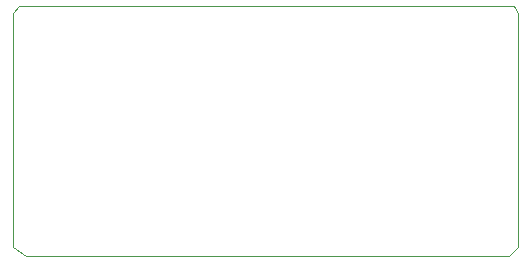
<source format=gbr>
G04 #@! TF.GenerationSoftware,KiCad,Pcbnew,5.1.2-f72e74a~84~ubuntu18.04.1*
G04 #@! TF.CreationDate,2020-01-10T04:29:40+01:00*
G04 #@! TF.ProjectId,BridgeElectrobot,42726964-6765-4456-9c65-6374726f626f,1.0*
G04 #@! TF.SameCoordinates,Original*
G04 #@! TF.FileFunction,Profile,NP*
%FSLAX46Y46*%
G04 Gerber Fmt 4.6, Leading zero omitted, Abs format (unit mm)*
G04 Created by KiCad (PCBNEW 5.1.2-f72e74a~84~ubuntu18.04.1) date 2020-01-10 04:29:40*
%MOMM*%
%LPD*%
G04 APERTURE LIST*
%ADD10C,0.050000*%
G04 APERTURE END LIST*
D10*
X152146000Y-87884000D02*
X152527000Y-88519000D01*
X109728000Y-88519000D02*
X110236000Y-87884000D01*
X110871000Y-109093000D02*
X109728000Y-108331000D01*
X151765000Y-109093000D02*
X152527000Y-108331000D01*
X110871000Y-109093000D02*
X151765000Y-109093000D01*
X152527000Y-88519000D02*
X152527000Y-108331000D01*
X110236000Y-87884000D02*
X152146000Y-87884000D01*
X109728000Y-108331000D02*
X109728000Y-88519000D01*
M02*

</source>
